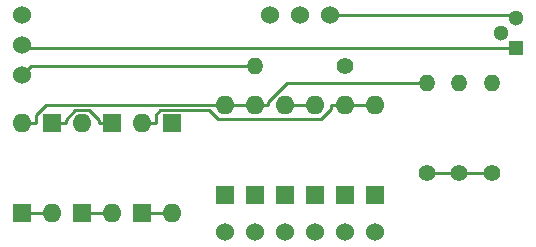
<source format=gbr>
G04 #@! TF.GenerationSoftware,KiCad,Pcbnew,(5.0.0)*
G04 #@! TF.CreationDate,2019-01-17T16:59:51+00:00*
G04 #@! TF.ProjectId,LS05,4C5330352E6B696361645F7063620000,rev?*
G04 #@! TF.SameCoordinates,Original*
G04 #@! TF.FileFunction,Copper,L1,Top,Signal*
G04 #@! TF.FilePolarity,Positive*
%FSLAX46Y46*%
G04 Gerber Fmt 4.6, Leading zero omitted, Abs format (unit mm)*
G04 Created by KiCad (PCBNEW (5.0.0)) date 01/17/19 16:59:51*
%MOMM*%
%LPD*%
G01*
G04 APERTURE LIST*
G04 #@! TA.AperFunction,ComponentPad*
%ADD10O,1.600000X1.600000*%
G04 #@! TD*
G04 #@! TA.AperFunction,ComponentPad*
%ADD11R,1.600000X1.600000*%
G04 #@! TD*
G04 #@! TA.AperFunction,ComponentPad*
%ADD12C,1.524000*%
G04 #@! TD*
G04 #@! TA.AperFunction,ComponentPad*
%ADD13C,1.400000*%
G04 #@! TD*
G04 #@! TA.AperFunction,ComponentPad*
%ADD14O,1.400000X1.400000*%
G04 #@! TD*
G04 #@! TA.AperFunction,ComponentPad*
%ADD15R,1.300000X1.300000*%
G04 #@! TD*
G04 #@! TA.AperFunction,ComponentPad*
%ADD16C,1.300000*%
G04 #@! TD*
G04 #@! TA.AperFunction,Conductor*
%ADD17C,0.250000*%
G04 #@! TD*
G04 APERTURE END LIST*
D10*
G04 #@! TO.P,D1,2*
G04 #@! TO.N,Net-(D1-Pad2)*
X156464000Y-83502500D03*
D11*
G04 #@! TO.P,D1,1*
G04 #@! TO.N,1*
X156464000Y-91122500D03*
G04 #@! TD*
G04 #@! TO.P,D2,1*
G04 #@! TO.N,2*
X159004000Y-91122500D03*
D10*
G04 #@! TO.P,D2,2*
G04 #@! TO.N,Net-(D1-Pad2)*
X159004000Y-83502500D03*
G04 #@! TD*
G04 #@! TO.P,D3,2*
G04 #@! TO.N,Net-(D3-Pad2)*
X161544000Y-83502500D03*
D11*
G04 #@! TO.P,D3,1*
G04 #@! TO.N,3*
X161544000Y-91122500D03*
G04 #@! TD*
G04 #@! TO.P,D4,1*
G04 #@! TO.N,4*
X164084000Y-91122500D03*
D10*
G04 #@! TO.P,D4,2*
G04 #@! TO.N,Net-(D3-Pad2)*
X164084000Y-83502500D03*
G04 #@! TD*
G04 #@! TO.P,D5,2*
G04 #@! TO.N,Net-(D11-Pad2)*
X166624000Y-83502500D03*
D11*
G04 #@! TO.P,D5,1*
G04 #@! TO.N,5*
X166624000Y-91122500D03*
G04 #@! TD*
G04 #@! TO.P,D6,1*
G04 #@! TO.N,6*
X169164000Y-91122500D03*
D10*
G04 #@! TO.P,D6,2*
G04 #@! TO.N,Net-(D11-Pad2)*
X169164000Y-83502500D03*
G04 #@! TD*
G04 #@! TO.P,D7,2*
G04 #@! TO.N,Net-(D1-Pad2)*
X139319000Y-85026500D03*
D11*
G04 #@! TO.P,D7,1*
G04 #@! TO.N,Net-(D7-Pad1)*
X139319000Y-92646500D03*
G04 #@! TD*
G04 #@! TO.P,D8,1*
G04 #@! TO.N,Net-(D10-Pad1)*
X141859000Y-85026500D03*
D10*
G04 #@! TO.P,D8,2*
G04 #@! TO.N,Net-(D7-Pad1)*
X141859000Y-92646500D03*
G04 #@! TD*
G04 #@! TO.P,D9,2*
G04 #@! TO.N,Net-(D3-Pad2)*
X144399000Y-85026500D03*
D11*
G04 #@! TO.P,D9,1*
G04 #@! TO.N,Net-(D10-Pad2)*
X144399000Y-92646500D03*
G04 #@! TD*
G04 #@! TO.P,D10,1*
G04 #@! TO.N,Net-(D10-Pad1)*
X146939000Y-85026500D03*
D10*
G04 #@! TO.P,D10,2*
G04 #@! TO.N,Net-(D10-Pad2)*
X146939000Y-92646500D03*
G04 #@! TD*
G04 #@! TO.P,D11,2*
G04 #@! TO.N,Net-(D11-Pad2)*
X149479000Y-85026500D03*
D11*
G04 #@! TO.P,D11,1*
G04 #@! TO.N,Net-(D11-Pad1)*
X149479000Y-92646500D03*
G04 #@! TD*
G04 #@! TO.P,D12,1*
G04 #@! TO.N,Net-(D10-Pad1)*
X152019000Y-85026500D03*
D10*
G04 #@! TO.P,D12,2*
G04 #@! TO.N,Net-(D11-Pad1)*
X152019000Y-92646500D03*
G04 #@! TD*
D12*
G04 #@! TO.P,J1,21*
G04 #@! TO.N,+6v*
X139331000Y-75830500D03*
G04 #@! TO.P,J1,22*
G04 #@! TO.N,0v*
X139331000Y-78370500D03*
G04 #@! TO.P,J1,23*
G04 #@! TO.N,-6v*
X139331000Y-80910500D03*
G04 #@! TO.P,J1,1*
G04 #@! TO.N,1*
X156476000Y-94245500D03*
G04 #@! TO.P,J1,2*
G04 #@! TO.N,2*
X159016000Y-94245500D03*
G04 #@! TO.P,J1,3*
G04 #@! TO.N,3*
X161556000Y-94245500D03*
G04 #@! TO.P,J1,4*
G04 #@! TO.N,4*
X164096000Y-94245500D03*
G04 #@! TO.P,J1,5*
G04 #@! TO.N,5*
X166636000Y-94245500D03*
G04 #@! TO.P,J1,6*
G04 #@! TO.N,6*
X169176000Y-94245500D03*
G04 #@! TO.P,J1,11*
G04 #@! TO.N,N/C*
X160286000Y-75830500D03*
G04 #@! TO.P,J1,12*
X162826000Y-75830500D03*
G04 #@! TO.P,J1,13*
G04 #@! TO.N,13*
X165366000Y-75830500D03*
G04 #@! TD*
D13*
G04 #@! TO.P,R1,1*
G04 #@! TO.N,+6v*
X173609000Y-89217500D03*
D14*
G04 #@! TO.P,R1,2*
G04 #@! TO.N,Net-(D1-Pad2)*
X173609000Y-81597500D03*
G04 #@! TD*
G04 #@! TO.P,R2,2*
G04 #@! TO.N,Net-(D3-Pad2)*
X176340000Y-81597500D03*
D13*
G04 #@! TO.P,R2,1*
G04 #@! TO.N,+6v*
X176340000Y-89217500D03*
G04 #@! TD*
D14*
G04 #@! TO.P,R3,2*
G04 #@! TO.N,Net-(D11-Pad2)*
X179070000Y-81597500D03*
D13*
G04 #@! TO.P,R3,1*
G04 #@! TO.N,+6v*
X179070000Y-89217500D03*
G04 #@! TD*
G04 #@! TO.P,R4,1*
G04 #@! TO.N,Net-(D10-Pad1)*
X166688000Y-80200500D03*
D14*
G04 #@! TO.P,R4,2*
G04 #@! TO.N,-6v*
X159068000Y-80200500D03*
G04 #@! TD*
D15*
G04 #@! TO.P,VT3,1*
G04 #@! TO.N,0v*
X181102000Y-78676500D03*
D16*
G04 #@! TO.P,VT3,3*
G04 #@! TO.N,13*
X181102000Y-76136500D03*
G04 #@! TO.P,VT3,2*
G04 #@! TO.N,Net-(D10-Pad1)*
X179832000Y-77406500D03*
G04 #@! TD*
D17*
G04 #@! TO.N,Net-(D1-Pad2)*
X159004000Y-83502500D02*
X160129300Y-83502500D01*
X173609000Y-81597500D02*
X161753000Y-81597500D01*
X161753000Y-81597500D02*
X160129300Y-83221200D01*
X160129300Y-83221200D02*
X160129300Y-83502500D01*
X140444300Y-85026500D02*
X140444300Y-84323200D01*
X140444300Y-84323200D02*
X141321300Y-83446200D01*
X141321300Y-83446200D02*
X155282400Y-83446200D01*
X155282400Y-83446200D02*
X155338700Y-83502500D01*
X156464000Y-83502500D02*
X155338700Y-83502500D01*
X139319000Y-85026500D02*
X140444300Y-85026500D01*
X159004000Y-83502500D02*
X156464000Y-83502500D01*
G04 #@! TO.N,Net-(D3-Pad2)*
X164084000Y-83502500D02*
X161544000Y-83502500D01*
G04 #@! TO.N,Net-(D11-Pad2)*
X166624000Y-83502500D02*
X165498700Y-83502500D01*
X165498700Y-83502500D02*
X165498700Y-83783800D01*
X165498700Y-83783800D02*
X164607200Y-84675300D01*
X164607200Y-84675300D02*
X155874600Y-84675300D01*
X155874600Y-84675300D02*
X155100500Y-83901200D01*
X155100500Y-83901200D02*
X151026200Y-83901200D01*
X151026200Y-83901200D02*
X150604300Y-84323100D01*
X150604300Y-84323100D02*
X150604300Y-85026500D01*
X169164000Y-83502500D02*
X166624000Y-83502500D01*
X149479000Y-85026500D02*
X150604300Y-85026500D01*
G04 #@! TO.N,Net-(D7-Pad1)*
X141859000Y-92646500D02*
X139319000Y-92646500D01*
G04 #@! TO.N,Net-(D10-Pad2)*
X146939000Y-92646500D02*
X144399000Y-92646500D01*
G04 #@! TO.N,Net-(D10-Pad1)*
X141859000Y-85026500D02*
X142984300Y-85026500D01*
X146939000Y-85026500D02*
X145813700Y-85026500D01*
X145813700Y-85026500D02*
X145813700Y-84745200D01*
X145813700Y-84745200D02*
X144969700Y-83901200D01*
X144969700Y-83901200D02*
X143828200Y-83901200D01*
X143828200Y-83901200D02*
X142984300Y-84745100D01*
X142984300Y-84745100D02*
X142984300Y-85026500D01*
G04 #@! TO.N,Net-(D11-Pad1)*
X152019000Y-92646500D02*
X149479000Y-92646500D01*
G04 #@! TO.N,+6v*
X176340000Y-89217500D02*
X173609000Y-89217500D01*
X179070000Y-89217500D02*
X176340000Y-89217500D01*
G04 #@! TO.N,0v*
X181102000Y-78676500D02*
X139637000Y-78676500D01*
X139637000Y-78676500D02*
X139331000Y-78370500D01*
G04 #@! TO.N,-6v*
X159068000Y-80200500D02*
X140041000Y-80200500D01*
X140041000Y-80200500D02*
X139331000Y-80910500D01*
G04 #@! TO.N,13*
X181102000Y-76136500D02*
X180796000Y-75830500D01*
X180796000Y-75830500D02*
X165366000Y-75830500D01*
G04 #@! TD*
M02*

</source>
